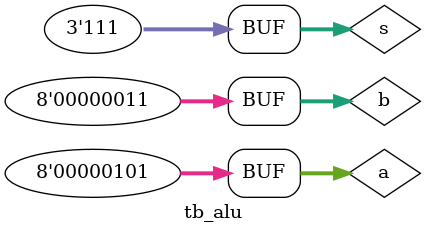
<source format=v>
`timescale 1ns/100ps//?????
module tb_alu();
reg[7:0] a,b;//8?? ???? a,b
reg[2:0] s;//3?? ???? s
wire[7:0] z;//8?? wire z
alu test(a,b,s,z);//????
initial
begin
	a=5; b=3; s=3'b000;//0~200ns
#200	s=3'b001;//200~400ns
#200	s=3'b010;//400~600ns
#200	s=3'b011;//600~800ns
#200	s=3'b100;//800~1000ns
#200	s=3'b101;//1000~1200ns
#200	s=3'b110;//1200~1400ns
#200	s=3'b111;//1400~1600ns

end
endmodule

</source>
